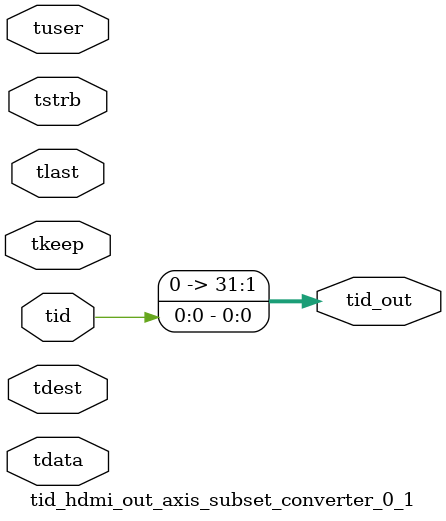
<source format=v>


`timescale 1ps/1ps

module tid_hdmi_out_axis_subset_converter_0_1 #
(
parameter C_S_AXIS_TID_WIDTH   = 1,
parameter C_S_AXIS_TUSER_WIDTH = 0,
parameter C_S_AXIS_TDATA_WIDTH = 0,
parameter C_S_AXIS_TDEST_WIDTH = 0,
parameter C_M_AXIS_TID_WIDTH   = 32
)
(
input  [(C_S_AXIS_TID_WIDTH   == 0 ? 1 : C_S_AXIS_TID_WIDTH)-1:0       ] tid,
input  [(C_S_AXIS_TDATA_WIDTH == 0 ? 1 : C_S_AXIS_TDATA_WIDTH)-1:0     ] tdata,
input  [(C_S_AXIS_TUSER_WIDTH == 0 ? 1 : C_S_AXIS_TUSER_WIDTH)-1:0     ] tuser,
input  [(C_S_AXIS_TDEST_WIDTH == 0 ? 1 : C_S_AXIS_TDEST_WIDTH)-1:0     ] tdest,
input  [(C_S_AXIS_TDATA_WIDTH/8)-1:0 ] tkeep,
input  [(C_S_AXIS_TDATA_WIDTH/8)-1:0 ] tstrb,
input                                                                    tlast,
output [(C_M_AXIS_TID_WIDTH   == 0 ? 1 : C_M_AXIS_TID_WIDTH)-1:0       ] tid_out
);

assign tid_out = {tid[0:0]};

endmodule


</source>
